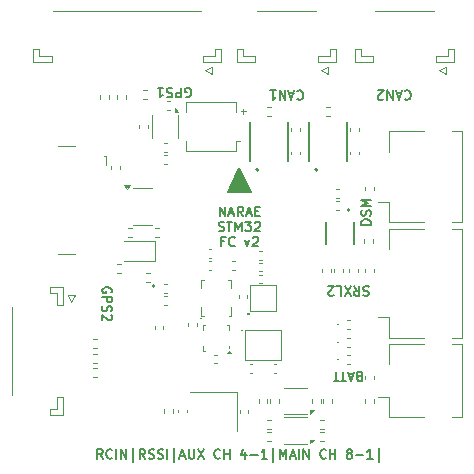
<source format=gbr>
%TF.GenerationSoftware,KiCad,Pcbnew,9.0.1*%
%TF.CreationDate,2025-04-15T01:41:33+09:00*%
%TF.ProjectId,STM32-FC_v2,53544d33-322d-4464-935f-76322e6b6963,rev?*%
%TF.SameCoordinates,Original*%
%TF.FileFunction,Legend,Top*%
%TF.FilePolarity,Positive*%
%FSLAX46Y46*%
G04 Gerber Fmt 4.6, Leading zero omitted, Abs format (unit mm)*
G04 Created by KiCad (PCBNEW 9.0.1) date 2025-04-15 01:41:33*
%MOMM*%
%LPD*%
G01*
G04 APERTURE LIST*
%ADD10C,0.200000*%
%ADD11C,0.160000*%
%ADD12C,0.120000*%
%ADD13C,0.100000*%
%ADD14C,0.150000*%
%ADD15C,0.152400*%
%ADD16C,0.254000*%
G04 APERTURE END LIST*
D10*
X140000000Y-85000000D02*
X138000000Y-85000000D01*
X139000000Y-83000000D01*
X140000000Y-85000000D01*
G36*
X140000000Y-85000000D02*
G01*
X138000000Y-85000000D01*
X139000000Y-83000000D01*
X140000000Y-85000000D01*
G37*
D11*
X137323810Y-87073820D02*
X137323810Y-86273820D01*
X137323810Y-86273820D02*
X137780953Y-87073820D01*
X137780953Y-87073820D02*
X137780953Y-86273820D01*
X138123809Y-86845248D02*
X138504762Y-86845248D01*
X138047619Y-87073820D02*
X138314286Y-86273820D01*
X138314286Y-86273820D02*
X138580952Y-87073820D01*
X139304762Y-87073820D02*
X139038095Y-86692867D01*
X138847619Y-87073820D02*
X138847619Y-86273820D01*
X138847619Y-86273820D02*
X139152381Y-86273820D01*
X139152381Y-86273820D02*
X139228571Y-86311915D01*
X139228571Y-86311915D02*
X139266666Y-86350010D01*
X139266666Y-86350010D02*
X139304762Y-86426201D01*
X139304762Y-86426201D02*
X139304762Y-86540486D01*
X139304762Y-86540486D02*
X139266666Y-86616677D01*
X139266666Y-86616677D02*
X139228571Y-86654772D01*
X139228571Y-86654772D02*
X139152381Y-86692867D01*
X139152381Y-86692867D02*
X138847619Y-86692867D01*
X139609523Y-86845248D02*
X139990476Y-86845248D01*
X139533333Y-87073820D02*
X139800000Y-86273820D01*
X139800000Y-86273820D02*
X140066666Y-87073820D01*
X140333333Y-86654772D02*
X140599999Y-86654772D01*
X140714285Y-87073820D02*
X140333333Y-87073820D01*
X140333333Y-87073820D02*
X140333333Y-86273820D01*
X140333333Y-86273820D02*
X140714285Y-86273820D01*
X137247618Y-88323680D02*
X137361904Y-88361775D01*
X137361904Y-88361775D02*
X137552380Y-88361775D01*
X137552380Y-88361775D02*
X137628571Y-88323680D01*
X137628571Y-88323680D02*
X137666666Y-88285584D01*
X137666666Y-88285584D02*
X137704761Y-88209394D01*
X137704761Y-88209394D02*
X137704761Y-88133203D01*
X137704761Y-88133203D02*
X137666666Y-88057013D01*
X137666666Y-88057013D02*
X137628571Y-88018918D01*
X137628571Y-88018918D02*
X137552380Y-87980822D01*
X137552380Y-87980822D02*
X137399999Y-87942727D01*
X137399999Y-87942727D02*
X137323809Y-87904632D01*
X137323809Y-87904632D02*
X137285714Y-87866537D01*
X137285714Y-87866537D02*
X137247618Y-87790346D01*
X137247618Y-87790346D02*
X137247618Y-87714156D01*
X137247618Y-87714156D02*
X137285714Y-87637965D01*
X137285714Y-87637965D02*
X137323809Y-87599870D01*
X137323809Y-87599870D02*
X137399999Y-87561775D01*
X137399999Y-87561775D02*
X137590476Y-87561775D01*
X137590476Y-87561775D02*
X137704761Y-87599870D01*
X137933333Y-87561775D02*
X138390476Y-87561775D01*
X138161904Y-88361775D02*
X138161904Y-87561775D01*
X138657143Y-88361775D02*
X138657143Y-87561775D01*
X138657143Y-87561775D02*
X138923809Y-88133203D01*
X138923809Y-88133203D02*
X139190476Y-87561775D01*
X139190476Y-87561775D02*
X139190476Y-88361775D01*
X139495238Y-87561775D02*
X139990476Y-87561775D01*
X139990476Y-87561775D02*
X139723810Y-87866537D01*
X139723810Y-87866537D02*
X139838095Y-87866537D01*
X139838095Y-87866537D02*
X139914286Y-87904632D01*
X139914286Y-87904632D02*
X139952381Y-87942727D01*
X139952381Y-87942727D02*
X139990476Y-88018918D01*
X139990476Y-88018918D02*
X139990476Y-88209394D01*
X139990476Y-88209394D02*
X139952381Y-88285584D01*
X139952381Y-88285584D02*
X139914286Y-88323680D01*
X139914286Y-88323680D02*
X139838095Y-88361775D01*
X139838095Y-88361775D02*
X139609524Y-88361775D01*
X139609524Y-88361775D02*
X139533333Y-88323680D01*
X139533333Y-88323680D02*
X139495238Y-88285584D01*
X140295238Y-87637965D02*
X140333334Y-87599870D01*
X140333334Y-87599870D02*
X140409524Y-87561775D01*
X140409524Y-87561775D02*
X140600000Y-87561775D01*
X140600000Y-87561775D02*
X140676191Y-87599870D01*
X140676191Y-87599870D02*
X140714286Y-87637965D01*
X140714286Y-87637965D02*
X140752381Y-87714156D01*
X140752381Y-87714156D02*
X140752381Y-87790346D01*
X140752381Y-87790346D02*
X140714286Y-87904632D01*
X140714286Y-87904632D02*
X140257143Y-88361775D01*
X140257143Y-88361775D02*
X140752381Y-88361775D01*
X137723809Y-89230682D02*
X137457143Y-89230682D01*
X137457143Y-89649730D02*
X137457143Y-88849730D01*
X137457143Y-88849730D02*
X137838095Y-88849730D01*
X138600000Y-89573539D02*
X138561904Y-89611635D01*
X138561904Y-89611635D02*
X138447619Y-89649730D01*
X138447619Y-89649730D02*
X138371428Y-89649730D01*
X138371428Y-89649730D02*
X138257142Y-89611635D01*
X138257142Y-89611635D02*
X138180952Y-89535444D01*
X138180952Y-89535444D02*
X138142857Y-89459254D01*
X138142857Y-89459254D02*
X138104761Y-89306873D01*
X138104761Y-89306873D02*
X138104761Y-89192587D01*
X138104761Y-89192587D02*
X138142857Y-89040206D01*
X138142857Y-89040206D02*
X138180952Y-88964015D01*
X138180952Y-88964015D02*
X138257142Y-88887825D01*
X138257142Y-88887825D02*
X138371428Y-88849730D01*
X138371428Y-88849730D02*
X138447619Y-88849730D01*
X138447619Y-88849730D02*
X138561904Y-88887825D01*
X138561904Y-88887825D02*
X138600000Y-88925920D01*
X139476190Y-89116396D02*
X139666666Y-89649730D01*
X139666666Y-89649730D02*
X139857143Y-89116396D01*
X140123809Y-88925920D02*
X140161905Y-88887825D01*
X140161905Y-88887825D02*
X140238095Y-88849730D01*
X140238095Y-88849730D02*
X140428571Y-88849730D01*
X140428571Y-88849730D02*
X140504762Y-88887825D01*
X140504762Y-88887825D02*
X140542857Y-88925920D01*
X140542857Y-88925920D02*
X140580952Y-89002111D01*
X140580952Y-89002111D02*
X140580952Y-89078301D01*
X140580952Y-89078301D02*
X140542857Y-89192587D01*
X140542857Y-89192587D02*
X140085714Y-89649730D01*
X140085714Y-89649730D02*
X140580952Y-89649730D01*
X128150129Y-93547618D02*
X128188224Y-93471428D01*
X128188224Y-93471428D02*
X128188224Y-93357142D01*
X128188224Y-93357142D02*
X128150129Y-93242856D01*
X128150129Y-93242856D02*
X128073939Y-93166666D01*
X128073939Y-93166666D02*
X127997748Y-93128571D01*
X127997748Y-93128571D02*
X127845367Y-93090475D01*
X127845367Y-93090475D02*
X127731081Y-93090475D01*
X127731081Y-93090475D02*
X127578700Y-93128571D01*
X127578700Y-93128571D02*
X127502510Y-93166666D01*
X127502510Y-93166666D02*
X127426320Y-93242856D01*
X127426320Y-93242856D02*
X127388224Y-93357142D01*
X127388224Y-93357142D02*
X127388224Y-93433333D01*
X127388224Y-93433333D02*
X127426320Y-93547618D01*
X127426320Y-93547618D02*
X127464415Y-93585714D01*
X127464415Y-93585714D02*
X127731081Y-93585714D01*
X127731081Y-93585714D02*
X127731081Y-93433333D01*
X127388224Y-93928571D02*
X128188224Y-93928571D01*
X128188224Y-93928571D02*
X128188224Y-94233333D01*
X128188224Y-94233333D02*
X128150129Y-94309523D01*
X128150129Y-94309523D02*
X128112034Y-94347618D01*
X128112034Y-94347618D02*
X128035843Y-94385714D01*
X128035843Y-94385714D02*
X127921558Y-94385714D01*
X127921558Y-94385714D02*
X127845367Y-94347618D01*
X127845367Y-94347618D02*
X127807272Y-94309523D01*
X127807272Y-94309523D02*
X127769177Y-94233333D01*
X127769177Y-94233333D02*
X127769177Y-93928571D01*
X127426320Y-94690475D02*
X127388224Y-94804761D01*
X127388224Y-94804761D02*
X127388224Y-94995237D01*
X127388224Y-94995237D02*
X127426320Y-95071428D01*
X127426320Y-95071428D02*
X127464415Y-95109523D01*
X127464415Y-95109523D02*
X127540605Y-95147618D01*
X127540605Y-95147618D02*
X127616796Y-95147618D01*
X127616796Y-95147618D02*
X127692986Y-95109523D01*
X127692986Y-95109523D02*
X127731081Y-95071428D01*
X127731081Y-95071428D02*
X127769177Y-94995237D01*
X127769177Y-94995237D02*
X127807272Y-94842856D01*
X127807272Y-94842856D02*
X127845367Y-94766666D01*
X127845367Y-94766666D02*
X127883462Y-94728571D01*
X127883462Y-94728571D02*
X127959653Y-94690475D01*
X127959653Y-94690475D02*
X128035843Y-94690475D01*
X128035843Y-94690475D02*
X128112034Y-94728571D01*
X128112034Y-94728571D02*
X128150129Y-94766666D01*
X128150129Y-94766666D02*
X128188224Y-94842856D01*
X128188224Y-94842856D02*
X128188224Y-95033333D01*
X128188224Y-95033333D02*
X128150129Y-95147618D01*
X128112034Y-95452380D02*
X128150129Y-95490476D01*
X128150129Y-95490476D02*
X128188224Y-95566666D01*
X128188224Y-95566666D02*
X128188224Y-95757142D01*
X128188224Y-95757142D02*
X128150129Y-95833333D01*
X128150129Y-95833333D02*
X128112034Y-95871428D01*
X128112034Y-95871428D02*
X128035843Y-95909523D01*
X128035843Y-95909523D02*
X127959653Y-95909523D01*
X127959653Y-95909523D02*
X127845367Y-95871428D01*
X127845367Y-95871428D02*
X127388224Y-95414285D01*
X127388224Y-95414285D02*
X127388224Y-95909523D01*
X134452381Y-77000129D02*
X134528571Y-77038224D01*
X134528571Y-77038224D02*
X134642857Y-77038224D01*
X134642857Y-77038224D02*
X134757143Y-77000129D01*
X134757143Y-77000129D02*
X134833333Y-76923939D01*
X134833333Y-76923939D02*
X134871428Y-76847748D01*
X134871428Y-76847748D02*
X134909524Y-76695367D01*
X134909524Y-76695367D02*
X134909524Y-76581081D01*
X134909524Y-76581081D02*
X134871428Y-76428700D01*
X134871428Y-76428700D02*
X134833333Y-76352510D01*
X134833333Y-76352510D02*
X134757143Y-76276320D01*
X134757143Y-76276320D02*
X134642857Y-76238224D01*
X134642857Y-76238224D02*
X134566666Y-76238224D01*
X134566666Y-76238224D02*
X134452381Y-76276320D01*
X134452381Y-76276320D02*
X134414285Y-76314415D01*
X134414285Y-76314415D02*
X134414285Y-76581081D01*
X134414285Y-76581081D02*
X134566666Y-76581081D01*
X134071428Y-76238224D02*
X134071428Y-77038224D01*
X134071428Y-77038224D02*
X133766666Y-77038224D01*
X133766666Y-77038224D02*
X133690476Y-77000129D01*
X133690476Y-77000129D02*
X133652381Y-76962034D01*
X133652381Y-76962034D02*
X133614285Y-76885843D01*
X133614285Y-76885843D02*
X133614285Y-76771558D01*
X133614285Y-76771558D02*
X133652381Y-76695367D01*
X133652381Y-76695367D02*
X133690476Y-76657272D01*
X133690476Y-76657272D02*
X133766666Y-76619177D01*
X133766666Y-76619177D02*
X134071428Y-76619177D01*
X133309524Y-76276320D02*
X133195238Y-76238224D01*
X133195238Y-76238224D02*
X133004762Y-76238224D01*
X133004762Y-76238224D02*
X132928571Y-76276320D01*
X132928571Y-76276320D02*
X132890476Y-76314415D01*
X132890476Y-76314415D02*
X132852381Y-76390605D01*
X132852381Y-76390605D02*
X132852381Y-76466796D01*
X132852381Y-76466796D02*
X132890476Y-76542986D01*
X132890476Y-76542986D02*
X132928571Y-76581081D01*
X132928571Y-76581081D02*
X133004762Y-76619177D01*
X133004762Y-76619177D02*
X133157143Y-76657272D01*
X133157143Y-76657272D02*
X133233333Y-76695367D01*
X133233333Y-76695367D02*
X133271428Y-76733462D01*
X133271428Y-76733462D02*
X133309524Y-76809653D01*
X133309524Y-76809653D02*
X133309524Y-76885843D01*
X133309524Y-76885843D02*
X133271428Y-76962034D01*
X133271428Y-76962034D02*
X133233333Y-77000129D01*
X133233333Y-77000129D02*
X133157143Y-77038224D01*
X133157143Y-77038224D02*
X132966666Y-77038224D01*
X132966666Y-77038224D02*
X132852381Y-77000129D01*
X132090476Y-76238224D02*
X132547619Y-76238224D01*
X132319047Y-76238224D02*
X132319047Y-77038224D01*
X132319047Y-77038224D02*
X132395238Y-76923939D01*
X132395238Y-76923939D02*
X132471428Y-76847748D01*
X132471428Y-76847748D02*
X132547619Y-76809653D01*
X149964286Y-93076320D02*
X149850000Y-93038224D01*
X149850000Y-93038224D02*
X149659524Y-93038224D01*
X149659524Y-93038224D02*
X149583333Y-93076320D01*
X149583333Y-93076320D02*
X149545238Y-93114415D01*
X149545238Y-93114415D02*
X149507143Y-93190605D01*
X149507143Y-93190605D02*
X149507143Y-93266796D01*
X149507143Y-93266796D02*
X149545238Y-93342986D01*
X149545238Y-93342986D02*
X149583333Y-93381081D01*
X149583333Y-93381081D02*
X149659524Y-93419177D01*
X149659524Y-93419177D02*
X149811905Y-93457272D01*
X149811905Y-93457272D02*
X149888095Y-93495367D01*
X149888095Y-93495367D02*
X149926190Y-93533462D01*
X149926190Y-93533462D02*
X149964286Y-93609653D01*
X149964286Y-93609653D02*
X149964286Y-93685843D01*
X149964286Y-93685843D02*
X149926190Y-93762034D01*
X149926190Y-93762034D02*
X149888095Y-93800129D01*
X149888095Y-93800129D02*
X149811905Y-93838224D01*
X149811905Y-93838224D02*
X149621428Y-93838224D01*
X149621428Y-93838224D02*
X149507143Y-93800129D01*
X148707142Y-93038224D02*
X148973809Y-93419177D01*
X149164285Y-93038224D02*
X149164285Y-93838224D01*
X149164285Y-93838224D02*
X148859523Y-93838224D01*
X148859523Y-93838224D02*
X148783333Y-93800129D01*
X148783333Y-93800129D02*
X148745238Y-93762034D01*
X148745238Y-93762034D02*
X148707142Y-93685843D01*
X148707142Y-93685843D02*
X148707142Y-93571558D01*
X148707142Y-93571558D02*
X148745238Y-93495367D01*
X148745238Y-93495367D02*
X148783333Y-93457272D01*
X148783333Y-93457272D02*
X148859523Y-93419177D01*
X148859523Y-93419177D02*
X149164285Y-93419177D01*
X148440476Y-93838224D02*
X147907142Y-93038224D01*
X147907142Y-93838224D02*
X148440476Y-93038224D01*
X147221428Y-93038224D02*
X147602380Y-93038224D01*
X147602380Y-93038224D02*
X147602380Y-93838224D01*
X146992857Y-93762034D02*
X146954761Y-93800129D01*
X146954761Y-93800129D02*
X146878571Y-93838224D01*
X146878571Y-93838224D02*
X146688095Y-93838224D01*
X146688095Y-93838224D02*
X146611904Y-93800129D01*
X146611904Y-93800129D02*
X146573809Y-93762034D01*
X146573809Y-93762034D02*
X146535714Y-93685843D01*
X146535714Y-93685843D02*
X146535714Y-93609653D01*
X146535714Y-93609653D02*
X146573809Y-93495367D01*
X146573809Y-93495367D02*
X147030952Y-93038224D01*
X147030952Y-93038224D02*
X146535714Y-93038224D01*
X152995237Y-76514415D02*
X153033333Y-76476320D01*
X153033333Y-76476320D02*
X153147618Y-76438224D01*
X153147618Y-76438224D02*
X153223809Y-76438224D01*
X153223809Y-76438224D02*
X153338095Y-76476320D01*
X153338095Y-76476320D02*
X153414285Y-76552510D01*
X153414285Y-76552510D02*
X153452380Y-76628700D01*
X153452380Y-76628700D02*
X153490476Y-76781081D01*
X153490476Y-76781081D02*
X153490476Y-76895367D01*
X153490476Y-76895367D02*
X153452380Y-77047748D01*
X153452380Y-77047748D02*
X153414285Y-77123939D01*
X153414285Y-77123939D02*
X153338095Y-77200129D01*
X153338095Y-77200129D02*
X153223809Y-77238224D01*
X153223809Y-77238224D02*
X153147618Y-77238224D01*
X153147618Y-77238224D02*
X153033333Y-77200129D01*
X153033333Y-77200129D02*
X152995237Y-77162034D01*
X152690476Y-76666796D02*
X152309523Y-76666796D01*
X152766666Y-76438224D02*
X152499999Y-77238224D01*
X152499999Y-77238224D02*
X152233333Y-76438224D01*
X151966666Y-76438224D02*
X151966666Y-77238224D01*
X151966666Y-77238224D02*
X151509523Y-76438224D01*
X151509523Y-76438224D02*
X151509523Y-77238224D01*
X151166667Y-77162034D02*
X151128571Y-77200129D01*
X151128571Y-77200129D02*
X151052381Y-77238224D01*
X151052381Y-77238224D02*
X150861905Y-77238224D01*
X150861905Y-77238224D02*
X150785714Y-77200129D01*
X150785714Y-77200129D02*
X150747619Y-77162034D01*
X150747619Y-77162034D02*
X150709524Y-77085843D01*
X150709524Y-77085843D02*
X150709524Y-77009653D01*
X150709524Y-77009653D02*
X150747619Y-76895367D01*
X150747619Y-76895367D02*
X151204762Y-76438224D01*
X151204762Y-76438224D02*
X150709524Y-76438224D01*
X150111775Y-87797618D02*
X149311775Y-87797618D01*
X149311775Y-87797618D02*
X149311775Y-87607142D01*
X149311775Y-87607142D02*
X149349870Y-87492856D01*
X149349870Y-87492856D02*
X149426060Y-87416666D01*
X149426060Y-87416666D02*
X149502251Y-87378571D01*
X149502251Y-87378571D02*
X149654632Y-87340475D01*
X149654632Y-87340475D02*
X149768918Y-87340475D01*
X149768918Y-87340475D02*
X149921299Y-87378571D01*
X149921299Y-87378571D02*
X149997489Y-87416666D01*
X149997489Y-87416666D02*
X150073680Y-87492856D01*
X150073680Y-87492856D02*
X150111775Y-87607142D01*
X150111775Y-87607142D02*
X150111775Y-87797618D01*
X150073680Y-87035714D02*
X150111775Y-86921428D01*
X150111775Y-86921428D02*
X150111775Y-86730952D01*
X150111775Y-86730952D02*
X150073680Y-86654761D01*
X150073680Y-86654761D02*
X150035584Y-86616666D01*
X150035584Y-86616666D02*
X149959394Y-86578571D01*
X149959394Y-86578571D02*
X149883203Y-86578571D01*
X149883203Y-86578571D02*
X149807013Y-86616666D01*
X149807013Y-86616666D02*
X149768918Y-86654761D01*
X149768918Y-86654761D02*
X149730822Y-86730952D01*
X149730822Y-86730952D02*
X149692727Y-86883333D01*
X149692727Y-86883333D02*
X149654632Y-86959523D01*
X149654632Y-86959523D02*
X149616537Y-86997618D01*
X149616537Y-86997618D02*
X149540346Y-87035714D01*
X149540346Y-87035714D02*
X149464156Y-87035714D01*
X149464156Y-87035714D02*
X149387965Y-86997618D01*
X149387965Y-86997618D02*
X149349870Y-86959523D01*
X149349870Y-86959523D02*
X149311775Y-86883333D01*
X149311775Y-86883333D02*
X149311775Y-86692856D01*
X149311775Y-86692856D02*
X149349870Y-86578571D01*
X150111775Y-86235713D02*
X149311775Y-86235713D01*
X149311775Y-86235713D02*
X149883203Y-85969047D01*
X149883203Y-85969047D02*
X149311775Y-85702380D01*
X149311775Y-85702380D02*
X150111775Y-85702380D01*
X127438095Y-107611775D02*
X127171428Y-107230822D01*
X126980952Y-107611775D02*
X126980952Y-106811775D01*
X126980952Y-106811775D02*
X127285714Y-106811775D01*
X127285714Y-106811775D02*
X127361904Y-106849870D01*
X127361904Y-106849870D02*
X127399999Y-106887965D01*
X127399999Y-106887965D02*
X127438095Y-106964156D01*
X127438095Y-106964156D02*
X127438095Y-107078441D01*
X127438095Y-107078441D02*
X127399999Y-107154632D01*
X127399999Y-107154632D02*
X127361904Y-107192727D01*
X127361904Y-107192727D02*
X127285714Y-107230822D01*
X127285714Y-107230822D02*
X126980952Y-107230822D01*
X128238095Y-107535584D02*
X128199999Y-107573680D01*
X128199999Y-107573680D02*
X128085714Y-107611775D01*
X128085714Y-107611775D02*
X128009523Y-107611775D01*
X128009523Y-107611775D02*
X127895237Y-107573680D01*
X127895237Y-107573680D02*
X127819047Y-107497489D01*
X127819047Y-107497489D02*
X127780952Y-107421299D01*
X127780952Y-107421299D02*
X127742856Y-107268918D01*
X127742856Y-107268918D02*
X127742856Y-107154632D01*
X127742856Y-107154632D02*
X127780952Y-107002251D01*
X127780952Y-107002251D02*
X127819047Y-106926060D01*
X127819047Y-106926060D02*
X127895237Y-106849870D01*
X127895237Y-106849870D02*
X128009523Y-106811775D01*
X128009523Y-106811775D02*
X128085714Y-106811775D01*
X128085714Y-106811775D02*
X128199999Y-106849870D01*
X128199999Y-106849870D02*
X128238095Y-106887965D01*
X128580952Y-107611775D02*
X128580952Y-106811775D01*
X128961904Y-107611775D02*
X128961904Y-106811775D01*
X128961904Y-106811775D02*
X129419047Y-107611775D01*
X129419047Y-107611775D02*
X129419047Y-106811775D01*
X129990475Y-107878441D02*
X129990475Y-106735584D01*
X131019047Y-107611775D02*
X130752380Y-107230822D01*
X130561904Y-107611775D02*
X130561904Y-106811775D01*
X130561904Y-106811775D02*
X130866666Y-106811775D01*
X130866666Y-106811775D02*
X130942856Y-106849870D01*
X130942856Y-106849870D02*
X130980951Y-106887965D01*
X130980951Y-106887965D02*
X131019047Y-106964156D01*
X131019047Y-106964156D02*
X131019047Y-107078441D01*
X131019047Y-107078441D02*
X130980951Y-107154632D01*
X130980951Y-107154632D02*
X130942856Y-107192727D01*
X130942856Y-107192727D02*
X130866666Y-107230822D01*
X130866666Y-107230822D02*
X130561904Y-107230822D01*
X131323808Y-107573680D02*
X131438094Y-107611775D01*
X131438094Y-107611775D02*
X131628570Y-107611775D01*
X131628570Y-107611775D02*
X131704761Y-107573680D01*
X131704761Y-107573680D02*
X131742856Y-107535584D01*
X131742856Y-107535584D02*
X131780951Y-107459394D01*
X131780951Y-107459394D02*
X131780951Y-107383203D01*
X131780951Y-107383203D02*
X131742856Y-107307013D01*
X131742856Y-107307013D02*
X131704761Y-107268918D01*
X131704761Y-107268918D02*
X131628570Y-107230822D01*
X131628570Y-107230822D02*
X131476189Y-107192727D01*
X131476189Y-107192727D02*
X131399999Y-107154632D01*
X131399999Y-107154632D02*
X131361904Y-107116537D01*
X131361904Y-107116537D02*
X131323808Y-107040346D01*
X131323808Y-107040346D02*
X131323808Y-106964156D01*
X131323808Y-106964156D02*
X131361904Y-106887965D01*
X131361904Y-106887965D02*
X131399999Y-106849870D01*
X131399999Y-106849870D02*
X131476189Y-106811775D01*
X131476189Y-106811775D02*
X131666666Y-106811775D01*
X131666666Y-106811775D02*
X131780951Y-106849870D01*
X132085713Y-107573680D02*
X132199999Y-107611775D01*
X132199999Y-107611775D02*
X132390475Y-107611775D01*
X132390475Y-107611775D02*
X132466666Y-107573680D01*
X132466666Y-107573680D02*
X132504761Y-107535584D01*
X132504761Y-107535584D02*
X132542856Y-107459394D01*
X132542856Y-107459394D02*
X132542856Y-107383203D01*
X132542856Y-107383203D02*
X132504761Y-107307013D01*
X132504761Y-107307013D02*
X132466666Y-107268918D01*
X132466666Y-107268918D02*
X132390475Y-107230822D01*
X132390475Y-107230822D02*
X132238094Y-107192727D01*
X132238094Y-107192727D02*
X132161904Y-107154632D01*
X132161904Y-107154632D02*
X132123809Y-107116537D01*
X132123809Y-107116537D02*
X132085713Y-107040346D01*
X132085713Y-107040346D02*
X132085713Y-106964156D01*
X132085713Y-106964156D02*
X132123809Y-106887965D01*
X132123809Y-106887965D02*
X132161904Y-106849870D01*
X132161904Y-106849870D02*
X132238094Y-106811775D01*
X132238094Y-106811775D02*
X132428571Y-106811775D01*
X132428571Y-106811775D02*
X132542856Y-106849870D01*
X132885714Y-107611775D02*
X132885714Y-106811775D01*
X133457142Y-107878441D02*
X133457142Y-106735584D01*
X133990475Y-107383203D02*
X134371428Y-107383203D01*
X133914285Y-107611775D02*
X134180952Y-106811775D01*
X134180952Y-106811775D02*
X134447618Y-107611775D01*
X134714285Y-106811775D02*
X134714285Y-107459394D01*
X134714285Y-107459394D02*
X134752380Y-107535584D01*
X134752380Y-107535584D02*
X134790475Y-107573680D01*
X134790475Y-107573680D02*
X134866666Y-107611775D01*
X134866666Y-107611775D02*
X135019047Y-107611775D01*
X135019047Y-107611775D02*
X135095237Y-107573680D01*
X135095237Y-107573680D02*
X135133332Y-107535584D01*
X135133332Y-107535584D02*
X135171428Y-107459394D01*
X135171428Y-107459394D02*
X135171428Y-106811775D01*
X135476189Y-106811775D02*
X136009523Y-107611775D01*
X136009523Y-106811775D02*
X135476189Y-107611775D01*
X137380952Y-107535584D02*
X137342856Y-107573680D01*
X137342856Y-107573680D02*
X137228571Y-107611775D01*
X137228571Y-107611775D02*
X137152380Y-107611775D01*
X137152380Y-107611775D02*
X137038094Y-107573680D01*
X137038094Y-107573680D02*
X136961904Y-107497489D01*
X136961904Y-107497489D02*
X136923809Y-107421299D01*
X136923809Y-107421299D02*
X136885713Y-107268918D01*
X136885713Y-107268918D02*
X136885713Y-107154632D01*
X136885713Y-107154632D02*
X136923809Y-107002251D01*
X136923809Y-107002251D02*
X136961904Y-106926060D01*
X136961904Y-106926060D02*
X137038094Y-106849870D01*
X137038094Y-106849870D02*
X137152380Y-106811775D01*
X137152380Y-106811775D02*
X137228571Y-106811775D01*
X137228571Y-106811775D02*
X137342856Y-106849870D01*
X137342856Y-106849870D02*
X137380952Y-106887965D01*
X137723809Y-107611775D02*
X137723809Y-106811775D01*
X137723809Y-107192727D02*
X138180952Y-107192727D01*
X138180952Y-107611775D02*
X138180952Y-106811775D01*
X139514285Y-107078441D02*
X139514285Y-107611775D01*
X139323809Y-106773680D02*
X139133332Y-107345108D01*
X139133332Y-107345108D02*
X139628571Y-107345108D01*
X139933333Y-107307013D02*
X140542857Y-107307013D01*
X141342856Y-107611775D02*
X140885713Y-107611775D01*
X141114285Y-107611775D02*
X141114285Y-106811775D01*
X141114285Y-106811775D02*
X141038094Y-106926060D01*
X141038094Y-106926060D02*
X140961904Y-107002251D01*
X140961904Y-107002251D02*
X140885713Y-107040346D01*
X141876190Y-107878441D02*
X141876190Y-106735584D01*
X142447619Y-107611775D02*
X142447619Y-106811775D01*
X142447619Y-106811775D02*
X142714285Y-107383203D01*
X142714285Y-107383203D02*
X142980952Y-106811775D01*
X142980952Y-106811775D02*
X142980952Y-107611775D01*
X143323809Y-107383203D02*
X143704762Y-107383203D01*
X143247619Y-107611775D02*
X143514286Y-106811775D01*
X143514286Y-106811775D02*
X143780952Y-107611775D01*
X144047619Y-107611775D02*
X144047619Y-106811775D01*
X144428571Y-107611775D02*
X144428571Y-106811775D01*
X144428571Y-106811775D02*
X144885714Y-107611775D01*
X144885714Y-107611775D02*
X144885714Y-106811775D01*
X146333333Y-107535584D02*
X146295237Y-107573680D01*
X146295237Y-107573680D02*
X146180952Y-107611775D01*
X146180952Y-107611775D02*
X146104761Y-107611775D01*
X146104761Y-107611775D02*
X145990475Y-107573680D01*
X145990475Y-107573680D02*
X145914285Y-107497489D01*
X145914285Y-107497489D02*
X145876190Y-107421299D01*
X145876190Y-107421299D02*
X145838094Y-107268918D01*
X145838094Y-107268918D02*
X145838094Y-107154632D01*
X145838094Y-107154632D02*
X145876190Y-107002251D01*
X145876190Y-107002251D02*
X145914285Y-106926060D01*
X145914285Y-106926060D02*
X145990475Y-106849870D01*
X145990475Y-106849870D02*
X146104761Y-106811775D01*
X146104761Y-106811775D02*
X146180952Y-106811775D01*
X146180952Y-106811775D02*
X146295237Y-106849870D01*
X146295237Y-106849870D02*
X146333333Y-106887965D01*
X146676190Y-107611775D02*
X146676190Y-106811775D01*
X146676190Y-107192727D02*
X147133333Y-107192727D01*
X147133333Y-107611775D02*
X147133333Y-106811775D01*
X148238094Y-107154632D02*
X148161904Y-107116537D01*
X148161904Y-107116537D02*
X148123809Y-107078441D01*
X148123809Y-107078441D02*
X148085713Y-107002251D01*
X148085713Y-107002251D02*
X148085713Y-106964156D01*
X148085713Y-106964156D02*
X148123809Y-106887965D01*
X148123809Y-106887965D02*
X148161904Y-106849870D01*
X148161904Y-106849870D02*
X148238094Y-106811775D01*
X148238094Y-106811775D02*
X148390475Y-106811775D01*
X148390475Y-106811775D02*
X148466666Y-106849870D01*
X148466666Y-106849870D02*
X148504761Y-106887965D01*
X148504761Y-106887965D02*
X148542856Y-106964156D01*
X148542856Y-106964156D02*
X148542856Y-107002251D01*
X148542856Y-107002251D02*
X148504761Y-107078441D01*
X148504761Y-107078441D02*
X148466666Y-107116537D01*
X148466666Y-107116537D02*
X148390475Y-107154632D01*
X148390475Y-107154632D02*
X148238094Y-107154632D01*
X148238094Y-107154632D02*
X148161904Y-107192727D01*
X148161904Y-107192727D02*
X148123809Y-107230822D01*
X148123809Y-107230822D02*
X148085713Y-107307013D01*
X148085713Y-107307013D02*
X148085713Y-107459394D01*
X148085713Y-107459394D02*
X148123809Y-107535584D01*
X148123809Y-107535584D02*
X148161904Y-107573680D01*
X148161904Y-107573680D02*
X148238094Y-107611775D01*
X148238094Y-107611775D02*
X148390475Y-107611775D01*
X148390475Y-107611775D02*
X148466666Y-107573680D01*
X148466666Y-107573680D02*
X148504761Y-107535584D01*
X148504761Y-107535584D02*
X148542856Y-107459394D01*
X148542856Y-107459394D02*
X148542856Y-107307013D01*
X148542856Y-107307013D02*
X148504761Y-107230822D01*
X148504761Y-107230822D02*
X148466666Y-107192727D01*
X148466666Y-107192727D02*
X148390475Y-107154632D01*
X148885714Y-107307013D02*
X149495238Y-107307013D01*
X150295237Y-107611775D02*
X149838094Y-107611775D01*
X150066666Y-107611775D02*
X150066666Y-106811775D01*
X150066666Y-106811775D02*
X149990475Y-106926060D01*
X149990475Y-106926060D02*
X149914285Y-107002251D01*
X149914285Y-107002251D02*
X149838094Y-107040346D01*
X150828571Y-107878441D02*
X150828571Y-106735584D01*
X149145238Y-100657272D02*
X149030952Y-100619177D01*
X149030952Y-100619177D02*
X148992857Y-100581081D01*
X148992857Y-100581081D02*
X148954761Y-100504891D01*
X148954761Y-100504891D02*
X148954761Y-100390605D01*
X148954761Y-100390605D02*
X148992857Y-100314415D01*
X148992857Y-100314415D02*
X149030952Y-100276320D01*
X149030952Y-100276320D02*
X149107142Y-100238224D01*
X149107142Y-100238224D02*
X149411904Y-100238224D01*
X149411904Y-100238224D02*
X149411904Y-101038224D01*
X149411904Y-101038224D02*
X149145238Y-101038224D01*
X149145238Y-101038224D02*
X149069047Y-101000129D01*
X149069047Y-101000129D02*
X149030952Y-100962034D01*
X149030952Y-100962034D02*
X148992857Y-100885843D01*
X148992857Y-100885843D02*
X148992857Y-100809653D01*
X148992857Y-100809653D02*
X149030952Y-100733462D01*
X149030952Y-100733462D02*
X149069047Y-100695367D01*
X149069047Y-100695367D02*
X149145238Y-100657272D01*
X149145238Y-100657272D02*
X149411904Y-100657272D01*
X148650000Y-100466796D02*
X148269047Y-100466796D01*
X148726190Y-100238224D02*
X148459523Y-101038224D01*
X148459523Y-101038224D02*
X148192857Y-100238224D01*
X148040476Y-101038224D02*
X147583333Y-101038224D01*
X147811905Y-100238224D02*
X147811905Y-101038224D01*
X147430952Y-101038224D02*
X146973809Y-101038224D01*
X147202381Y-100238224D02*
X147202381Y-101038224D01*
X143895237Y-76514415D02*
X143933333Y-76476320D01*
X143933333Y-76476320D02*
X144047618Y-76438224D01*
X144047618Y-76438224D02*
X144123809Y-76438224D01*
X144123809Y-76438224D02*
X144238095Y-76476320D01*
X144238095Y-76476320D02*
X144314285Y-76552510D01*
X144314285Y-76552510D02*
X144352380Y-76628700D01*
X144352380Y-76628700D02*
X144390476Y-76781081D01*
X144390476Y-76781081D02*
X144390476Y-76895367D01*
X144390476Y-76895367D02*
X144352380Y-77047748D01*
X144352380Y-77047748D02*
X144314285Y-77123939D01*
X144314285Y-77123939D02*
X144238095Y-77200129D01*
X144238095Y-77200129D02*
X144123809Y-77238224D01*
X144123809Y-77238224D02*
X144047618Y-77238224D01*
X144047618Y-77238224D02*
X143933333Y-77200129D01*
X143933333Y-77200129D02*
X143895237Y-77162034D01*
X143590476Y-76666796D02*
X143209523Y-76666796D01*
X143666666Y-76438224D02*
X143399999Y-77238224D01*
X143399999Y-77238224D02*
X143133333Y-76438224D01*
X142866666Y-76438224D02*
X142866666Y-77238224D01*
X142866666Y-77238224D02*
X142409523Y-76438224D01*
X142409523Y-76438224D02*
X142409523Y-77238224D01*
X141609524Y-76438224D02*
X142066667Y-76438224D01*
X141838095Y-76438224D02*
X141838095Y-77238224D01*
X141838095Y-77238224D02*
X141914286Y-77123939D01*
X141914286Y-77123939D02*
X141990476Y-77047748D01*
X141990476Y-77047748D02*
X142066667Y-77009653D01*
D12*
%TO.C,R43*%
X126953641Y-97520000D02*
X126646359Y-97520000D01*
X126953641Y-98280000D02*
X126646359Y-98280000D01*
%TO.C,R9*%
X145120000Y-102596359D02*
X145120000Y-102903641D01*
X145880000Y-102596359D02*
X145880000Y-102903641D01*
%TO.C,U10*%
X135890000Y-96290000D02*
X135890000Y-96715000D01*
X135890000Y-98510000D02*
X135890000Y-98085000D01*
X136065000Y-96290000D02*
X135890000Y-96290000D01*
X136065000Y-98510000D02*
X135890000Y-98510000D01*
X137935000Y-96290000D02*
X138110000Y-96290000D01*
X138110000Y-96290000D02*
X138110000Y-96715000D01*
X138120000Y-98085000D02*
X138120000Y-98280000D01*
X138260000Y-98710000D02*
X137980000Y-98710000D01*
X138120000Y-98520000D01*
X138260000Y-98710000D01*
G36*
X138260000Y-98710000D02*
G01*
X137980000Y-98710000D01*
X138120000Y-98520000D01*
X138260000Y-98710000D01*
G37*
%TO.C,R15*%
X146153641Y-105370000D02*
X145846359Y-105370000D01*
X146153641Y-106130000D02*
X145846359Y-106130000D01*
%TO.C,R42*%
X126953641Y-98770000D02*
X126646359Y-98770000D01*
X126953641Y-99530000D02*
X126646359Y-99530000D01*
%TO.C,R41*%
X130846359Y-76420000D02*
X131153641Y-76420000D01*
X130846359Y-77180000D02*
X131153641Y-77180000D01*
%TO.C,R27*%
X147146359Y-84820000D02*
X147453641Y-84820000D01*
X147146359Y-85580000D02*
X147453641Y-85580000D01*
%TO.C,R23*%
X148320000Y-91853641D02*
X148320000Y-91546359D01*
X149080000Y-91853641D02*
X149080000Y-91546359D01*
%TO.C,R37*%
X131096359Y-91870000D02*
X131403641Y-91870000D01*
X131096359Y-92630000D02*
X131403641Y-92630000D01*
D13*
%TO.C,U8*%
X135750000Y-92500000D02*
X136000000Y-92500000D01*
X135750000Y-93200000D02*
X135750000Y-92500000D01*
X135750000Y-95500000D02*
X135750000Y-94800000D01*
X136000000Y-95500000D02*
X135750000Y-95500000D01*
X138100000Y-95500000D02*
X138250000Y-95500000D01*
X138250000Y-92500000D02*
X138000000Y-92500000D01*
X138250000Y-93200000D02*
X138250000Y-92500000D01*
X138250000Y-95500000D02*
X138250000Y-94800000D01*
X135800000Y-95750000D02*
G75*
G02*
X135700000Y-95750000I-50000J0D01*
G01*
X135700000Y-95750000D02*
G75*
G02*
X135800000Y-95750000I50000J0D01*
G01*
%TO.C,D3*%
X147390000Y-97750000D02*
G75*
G02*
X147290000Y-97750000I-50000J0D01*
G01*
X147290000Y-97750000D02*
G75*
G02*
X147390000Y-97750000I50000J0D01*
G01*
%TO.C,U11*%
D14*
X131825000Y-93000000D02*
G75*
G02*
X131675000Y-93000000I-75000J0D01*
G01*
X131675000Y-93000000D02*
G75*
G02*
X131825000Y-93000000I75000J0D01*
G01*
D12*
%TO.C,R17*%
X141653641Y-105370000D02*
X141346359Y-105370000D01*
X141653641Y-106130000D02*
X141346359Y-106130000D01*
%TO.C,J10*%
X119750000Y-94750000D02*
X119750000Y-102250000D01*
X122950000Y-93050000D02*
X124050000Y-93050000D01*
X122950000Y-93550000D02*
X122950000Y-93050000D01*
X122950000Y-103450000D02*
X122950000Y-103950000D01*
X122950000Y-103950000D02*
X124050000Y-103950000D01*
X123550000Y-93550000D02*
X122950000Y-93550000D01*
X123550000Y-94600000D02*
X123550000Y-93550000D01*
X123550000Y-102400000D02*
X123550000Y-103450000D01*
X123550000Y-103450000D02*
X122950000Y-103450000D01*
X124050000Y-93050000D02*
X124050000Y-94600000D01*
X124050000Y-94600000D02*
X123550000Y-94600000D01*
X124050000Y-102400000D02*
X123550000Y-102400000D01*
X124050000Y-103950000D02*
X124050000Y-102400000D01*
X124450000Y-93775000D02*
X124750000Y-94375000D01*
X124750000Y-94375000D02*
X125050000Y-93775000D01*
X125050000Y-93775000D02*
X124450000Y-93775000D01*
D15*
%TO.C,U12*%
X139874400Y-79124400D02*
X139874400Y-82375600D01*
X143125600Y-82375600D02*
X143125600Y-79124400D01*
X140611000Y-83163000D02*
G75*
G02*
X140407800Y-83163000I-101600J0D01*
G01*
X140407800Y-83163000D02*
G75*
G02*
X140611000Y-83163000I101600J0D01*
G01*
D13*
%TO.C,D4*%
X147390000Y-99250000D02*
G75*
G02*
X147290000Y-99250000I-50000J0D01*
G01*
X147290000Y-99250000D02*
G75*
G02*
X147390000Y-99250000I50000J0D01*
G01*
D12*
%TO.C,R25*%
X146020000Y-91853641D02*
X146020000Y-91546359D01*
X146780000Y-91853641D02*
X146780000Y-91546359D01*
%TO.C,R12*%
X140620000Y-102903641D02*
X140620000Y-102596359D01*
X141380000Y-102903641D02*
X141380000Y-102596359D01*
%TO.C,R13*%
X128120000Y-83103641D02*
X128120000Y-82796359D01*
X128880000Y-83103641D02*
X128880000Y-82796359D01*
%TO.C,C20*%
X147407836Y-85840000D02*
X147192164Y-85840000D01*
X147407836Y-86560000D02*
X147192164Y-86560000D01*
%TO.C,C1*%
X139040000Y-103727836D02*
X139040000Y-103512164D01*
X139760000Y-103727836D02*
X139760000Y-103512164D01*
%TO.C,C29*%
X140692164Y-91040000D02*
X140907836Y-91040000D01*
X140692164Y-91760000D02*
X140907836Y-91760000D01*
%TO.C,R18*%
X145846359Y-104370000D02*
X146153641Y-104370000D01*
X145846359Y-105130000D02*
X146153641Y-105130000D01*
%TO.C,R5*%
X132846359Y-77370000D02*
X133153641Y-77370000D01*
X132846359Y-78130000D02*
X133153641Y-78130000D01*
%TO.C,R3*%
X132620000Y-103753641D02*
X132620000Y-103446359D01*
X133380000Y-103753641D02*
X133380000Y-103446359D01*
%TO.C,R29*%
X149620000Y-102903641D02*
X149620000Y-102596359D01*
X150380000Y-102903641D02*
X150380000Y-102596359D01*
%TO.C,R30*%
X149620000Y-100903641D02*
X149620000Y-100596359D01*
X150380000Y-100903641D02*
X150380000Y-100596359D01*
D15*
%TO.C,U6*%
X146318900Y-87543277D02*
X146318900Y-89456723D01*
X148681100Y-89456723D02*
X148681100Y-87543277D01*
X148351789Y-86552074D02*
G75*
G02*
X148148589Y-86552074I-101600J0D01*
G01*
X148148589Y-86552074D02*
G75*
G02*
X148351789Y-86552074I101600J0D01*
G01*
D12*
%TO.C,R7*%
X148096359Y-97370000D02*
X148403641Y-97370000D01*
X148096359Y-98130000D02*
X148403641Y-98130000D01*
%TO.C,R14*%
X129596359Y-88120000D02*
X129903641Y-88120000D01*
X129596359Y-88880000D02*
X129903641Y-88880000D01*
%TO.C,R24*%
X147020000Y-91853641D02*
X147020000Y-91546359D01*
X147780000Y-91853641D02*
X147780000Y-91546359D01*
%TO.C,C34*%
X148390000Y-81642164D02*
X148390000Y-81857836D01*
X149110000Y-81642164D02*
X149110000Y-81857836D01*
%TO.C,C5*%
X131840000Y-96392164D02*
X131840000Y-96607836D01*
X132560000Y-96392164D02*
X132560000Y-96607836D01*
%TO.C,R11*%
X146120000Y-102903641D02*
X146120000Y-102596359D01*
X146880000Y-102903641D02*
X146880000Y-102596359D01*
%TO.C,U2*%
X130800000Y-84715000D02*
X130000000Y-84715000D01*
X130800000Y-84715000D02*
X131600000Y-84715000D01*
X130800000Y-87835000D02*
X130000000Y-87835000D01*
X130800000Y-87835000D02*
X131600000Y-87835000D01*
X129500000Y-84765000D02*
X129260000Y-84435000D01*
X129740000Y-84435000D01*
X129500000Y-84765000D01*
G36*
X129500000Y-84765000D02*
G01*
X129260000Y-84435000D01*
X129740000Y-84435000D01*
X129500000Y-84765000D01*
G37*
%TO.C,C33*%
X143390000Y-79857836D02*
X143390000Y-79642164D01*
X144110000Y-79857836D02*
X144110000Y-79642164D01*
%TO.C,C31*%
X138940000Y-94007836D02*
X138940000Y-93792164D01*
X139660000Y-94007836D02*
X139660000Y-93792164D01*
%TO.C,R33*%
X132596359Y-81920000D02*
X132903641Y-81920000D01*
X132596359Y-82680000D02*
X132903641Y-82680000D01*
%TO.C,R26*%
X149520000Y-89353641D02*
X149520000Y-89046359D01*
X150280000Y-89353641D02*
X150280000Y-89046359D01*
%TO.C,R38*%
X127220000Y-77153641D02*
X127220000Y-76846359D01*
X127980000Y-77153641D02*
X127980000Y-76846359D01*
%TO.C,C27*%
X136892164Y-98840000D02*
X137107836Y-98840000D01*
X136892164Y-99560000D02*
X137107836Y-99560000D01*
%TO.C,R28*%
X134620000Y-96096359D02*
X134620000Y-96403641D01*
X135380000Y-96096359D02*
X135380000Y-96403641D01*
%TO.C,Q3*%
X144750000Y-104115000D02*
X142750000Y-104115000D01*
X144750000Y-106335000D02*
X142750000Y-106335000D01*
X145000000Y-106305000D02*
X145000000Y-106025000D01*
X145280000Y-106025000D01*
X145000000Y-106305000D01*
G36*
X145000000Y-106305000D02*
G01*
X145000000Y-106025000D01*
X145280000Y-106025000D01*
X145000000Y-106305000D01*
G37*
%TO.C,J5*%
X151640000Y-97890000D02*
X151640000Y-99640000D01*
X151640000Y-102360000D02*
X150750000Y-102360000D01*
X151640000Y-104110000D02*
X151640000Y-102360000D01*
X154590000Y-97890000D02*
X151640000Y-97890000D01*
X154590000Y-104110000D02*
X151640000Y-104110000D01*
X157010000Y-104110000D02*
X157860000Y-104110000D01*
X157860000Y-97890000D02*
X157010000Y-97890000D01*
X157860000Y-104110000D02*
X157860000Y-97890000D01*
D13*
%TO.C,D2*%
X147390000Y-96250000D02*
G75*
G02*
X147290000Y-96250000I-50000J0D01*
G01*
X147290000Y-96250000D02*
G75*
G02*
X147390000Y-96250000I50000J0D01*
G01*
D12*
%TO.C,J9*%
X121550000Y-72950000D02*
X121550000Y-74050000D01*
X121550000Y-74050000D02*
X123100000Y-74050000D01*
X122050000Y-72950000D02*
X121550000Y-72950000D01*
X122050000Y-73550000D02*
X122050000Y-72950000D01*
X123100000Y-73550000D02*
X122050000Y-73550000D01*
X123100000Y-74050000D02*
X123100000Y-73550000D01*
X135750000Y-69750000D02*
X123250000Y-69750000D01*
X135900000Y-73550000D02*
X136950000Y-73550000D01*
X135900000Y-74050000D02*
X135900000Y-73550000D01*
X136125000Y-74750000D02*
X136725000Y-75050000D01*
X136725000Y-74450000D02*
X136125000Y-74750000D01*
X136725000Y-75050000D02*
X136725000Y-74450000D01*
X136950000Y-72950000D02*
X137450000Y-72950000D01*
X136950000Y-73550000D02*
X136950000Y-72950000D01*
X137450000Y-72950000D02*
X137450000Y-74050000D01*
X137450000Y-74050000D02*
X135900000Y-74050000D01*
%TO.C,C30*%
X140692164Y-90040000D02*
X140907836Y-90040000D01*
X140692164Y-90760000D02*
X140907836Y-90760000D01*
%TO.C,R39*%
X128620000Y-77153641D02*
X128620000Y-76846359D01*
X129380000Y-77153641D02*
X129380000Y-76846359D01*
%TO.C,R6*%
X148096359Y-95870000D02*
X148403641Y-95870000D01*
X148096359Y-96630000D02*
X148403641Y-96630000D01*
%TO.C,C35*%
X143390000Y-81642164D02*
X143390000Y-81857836D01*
X144110000Y-81642164D02*
X144110000Y-81857836D01*
D15*
%TO.C,U13*%
X144874400Y-79124400D02*
X144874400Y-82375600D01*
X148125600Y-82375600D02*
X148125600Y-79124400D01*
X145611000Y-83163000D02*
G75*
G02*
X145407800Y-83163000I-101600J0D01*
G01*
X145407800Y-83163000D02*
G75*
G02*
X145611000Y-83163000I101600J0D01*
G01*
D12*
%TO.C,Q1*%
X131615000Y-78500000D02*
X131615000Y-80500000D01*
X133835000Y-78500000D02*
X133835000Y-80500000D01*
X133805000Y-78250000D02*
X133525000Y-78250000D01*
X133525000Y-77970000D01*
X133805000Y-78250000D01*
G36*
X133805000Y-78250000D02*
G01*
X133525000Y-78250000D01*
X133525000Y-77970000D01*
X133805000Y-78250000D01*
G37*
%TO.C,C25*%
X136607836Y-89890000D02*
X136392164Y-89890000D01*
X136607836Y-90610000D02*
X136392164Y-90610000D01*
%TO.C,C28*%
X140692164Y-92040000D02*
X140907836Y-92040000D01*
X140692164Y-92760000D02*
X140907836Y-92760000D01*
%TO.C,R48*%
X141346359Y-77870000D02*
X141653641Y-77870000D01*
X141346359Y-78630000D02*
X141653641Y-78630000D01*
%TO.C,C22*%
X139892164Y-99640000D02*
X140107836Y-99640000D01*
X139892164Y-100360000D02*
X140107836Y-100360000D01*
%TO.C,R36*%
X149620000Y-84903641D02*
X149620000Y-84596359D01*
X150380000Y-84903641D02*
X150380000Y-84596359D01*
%TO.C,J7*%
X151640000Y-88140000D02*
X151640000Y-89890000D01*
X151640000Y-95610000D02*
X150750000Y-95610000D01*
X151640000Y-97360000D02*
X151640000Y-95610000D01*
X154590000Y-88140000D02*
X151640000Y-88140000D01*
X154590000Y-97360000D02*
X151640000Y-97360000D01*
X157010000Y-97360000D02*
X157860000Y-97360000D01*
X157860000Y-88140000D02*
X157010000Y-88140000D01*
X157860000Y-97360000D02*
X157860000Y-88140000D01*
%TO.C,U9*%
D13*
X139900000Y-95100000D02*
X142100000Y-95100000D01*
X142100000Y-92900000D01*
X139900000Y-92900000D01*
X139900000Y-95100000D01*
D16*
X139775000Y-95368000D02*
G75*
G02*
X139725000Y-95368000I-25000J0D01*
G01*
X139725000Y-95368000D02*
G75*
G02*
X139775000Y-95368000I25000J0D01*
G01*
D12*
%TO.C,C4*%
X133840000Y-103707836D02*
X133840000Y-103492164D01*
X134560000Y-103707836D02*
X134560000Y-103492164D01*
%TO.C,Q2*%
X144750000Y-101615000D02*
X142750000Y-101615000D01*
X144750000Y-103835000D02*
X142750000Y-103835000D01*
X145000000Y-103805000D02*
X145000000Y-103525000D01*
X145280000Y-103525000D01*
X145000000Y-103805000D01*
G36*
X145000000Y-103805000D02*
G01*
X145000000Y-103525000D01*
X145280000Y-103525000D01*
X145000000Y-103805000D01*
G37*
%TO.C,R34*%
X132893641Y-80870000D02*
X132586359Y-80870000D01*
X132893641Y-81630000D02*
X132586359Y-81630000D01*
%TO.C,U7*%
D13*
X139500000Y-96750000D02*
X142500000Y-96750000D01*
X142500000Y-99250000D01*
X139500000Y-99250000D01*
X139500000Y-96750000D01*
X139300000Y-96750000D02*
G75*
G02*
X139200000Y-96750000I-50000J0D01*
G01*
X139200000Y-96750000D02*
G75*
G02*
X139300000Y-96750000I50000J0D01*
G01*
D12*
%TO.C,D5*%
X131860000Y-89150000D02*
X129200000Y-89150000D01*
X131860000Y-90850000D02*
X129200000Y-90850000D01*
X131860000Y-90850000D02*
X131860000Y-89150000D01*
%TO.C,R8*%
X148096359Y-98870000D02*
X148403641Y-98870000D01*
X148096359Y-99630000D02*
X148403641Y-99630000D01*
%TO.C,C21*%
X149640000Y-91807836D02*
X149640000Y-91592164D01*
X150360000Y-91807836D02*
X150360000Y-91592164D01*
%TO.C,C32*%
X148390000Y-79857836D02*
X148390000Y-79642164D01*
X149110000Y-79857836D02*
X149110000Y-79642164D01*
%TO.C,C24*%
X141892164Y-99640000D02*
X142107836Y-99640000D01*
X141892164Y-100360000D02*
X142107836Y-100360000D01*
%TO.C,R19*%
X132153641Y-88120000D02*
X131846359Y-88120000D01*
X132153641Y-88880000D02*
X131846359Y-88880000D01*
%TO.C,BZ1*%
X134520000Y-77400000D02*
X134520000Y-78300000D01*
X134520000Y-81600000D02*
X134520000Y-80700000D01*
X138720000Y-77400000D02*
X134520000Y-77400000D01*
X138720000Y-78300000D02*
X138720000Y-77400000D01*
X138720000Y-80700000D02*
X139020000Y-80700000D01*
X138720000Y-81600000D02*
X134520000Y-81600000D01*
X138720000Y-81600000D02*
X138720000Y-80700000D01*
X139320000Y-78400000D02*
X139320000Y-78000000D01*
X139520000Y-78200000D02*
X139120000Y-78200000D01*
%TO.C,R31*%
X132596359Y-92870000D02*
X132903641Y-92870000D01*
X132596359Y-93630000D02*
X132903641Y-93630000D01*
%TO.C,J15*%
X148800000Y-72950000D02*
X148800000Y-74050000D01*
X148800000Y-74050000D02*
X150350000Y-74050000D01*
X149300000Y-72950000D02*
X148800000Y-72950000D01*
X149300000Y-73550000D02*
X149300000Y-72950000D01*
X150350000Y-73550000D02*
X149300000Y-73550000D01*
X150350000Y-74050000D02*
X150350000Y-73550000D01*
X155500000Y-69750000D02*
X150500000Y-69750000D01*
X155650000Y-73550000D02*
X156700000Y-73550000D01*
X155650000Y-74050000D02*
X155650000Y-73550000D01*
X155875000Y-74750000D02*
X156475000Y-75050000D01*
X156475000Y-74450000D02*
X155875000Y-74750000D01*
X156475000Y-75050000D02*
X156475000Y-74450000D01*
X156700000Y-72950000D02*
X157200000Y-72950000D01*
X156700000Y-73550000D02*
X156700000Y-72950000D01*
X157200000Y-72950000D02*
X157200000Y-74050000D01*
X157200000Y-74050000D02*
X155650000Y-74050000D01*
%TO.C,R49*%
X146346359Y-77870000D02*
X146653641Y-77870000D01*
X146346359Y-78630000D02*
X146653641Y-78630000D01*
%TO.C,J8*%
X151640000Y-79890000D02*
X151640000Y-81640000D01*
X151640000Y-85860000D02*
X150750000Y-85860000D01*
X151640000Y-87610000D02*
X151640000Y-85860000D01*
X154590000Y-79890000D02*
X151640000Y-79890000D01*
X154590000Y-87610000D02*
X151640000Y-87610000D01*
X157010000Y-87610000D02*
X157860000Y-87610000D01*
X157860000Y-79890000D02*
X157010000Y-79890000D01*
X157860000Y-87610000D02*
X157860000Y-79890000D01*
%TO.C,Y1*%
X138800000Y-101950000D02*
X134800000Y-101950000D01*
X138800000Y-105250000D02*
X138800000Y-101950000D01*
%TO.C,C26*%
X138392164Y-90890000D02*
X138607836Y-90890000D01*
X138392164Y-91610000D02*
X138607836Y-91610000D01*
%TO.C,R40*%
X126953641Y-99920000D02*
X126646359Y-99920000D01*
X126953641Y-100680000D02*
X126646359Y-100680000D01*
%TO.C,J2*%
X123640000Y-81170000D02*
X125050000Y-81170000D01*
X123640000Y-90330000D02*
X125050000Y-90330000D01*
X127720000Y-81990000D02*
X127570000Y-81990000D01*
X127720000Y-82790000D02*
X127720000Y-81990000D01*
%TO.C,J14*%
X138800000Y-72950000D02*
X138800000Y-74050000D01*
X138800000Y-74050000D02*
X140350000Y-74050000D01*
X139300000Y-72950000D02*
X138800000Y-72950000D01*
X139300000Y-73550000D02*
X139300000Y-72950000D01*
X140350000Y-73550000D02*
X139300000Y-73550000D01*
X140350000Y-74050000D02*
X140350000Y-73550000D01*
X145500000Y-69750000D02*
X140500000Y-69750000D01*
X145650000Y-73550000D02*
X146700000Y-73550000D01*
X145650000Y-74050000D02*
X145650000Y-73550000D01*
X145875000Y-74750000D02*
X146475000Y-75050000D01*
X146475000Y-74450000D02*
X145875000Y-74750000D01*
X146475000Y-75050000D02*
X146475000Y-74450000D01*
X146700000Y-72950000D02*
X147200000Y-72950000D01*
X146700000Y-73550000D02*
X146700000Y-72950000D01*
X147200000Y-72950000D02*
X147200000Y-74050000D01*
X147200000Y-74050000D02*
X145650000Y-74050000D01*
%TO.C,R32*%
X132596359Y-93870000D02*
X132903641Y-93870000D01*
X132596359Y-94630000D02*
X132903641Y-94630000D01*
%TO.C,C23*%
X136607836Y-90890000D02*
X136392164Y-90890000D01*
X136607836Y-91610000D02*
X136392164Y-91610000D01*
%TO.C,R10*%
X141620000Y-102596359D02*
X141620000Y-102903641D01*
X142380000Y-102596359D02*
X142380000Y-102903641D01*
%TO.C,R35*%
X130520000Y-79653641D02*
X130520000Y-79346359D01*
X131280000Y-79653641D02*
X131280000Y-79346359D01*
%TO.C,R1*%
X128646359Y-91120000D02*
X128953641Y-91120000D01*
X128646359Y-91880000D02*
X128953641Y-91880000D01*
%TO.C,R16*%
X141346359Y-104370000D02*
X141653641Y-104370000D01*
X141346359Y-105130000D02*
X141653641Y-105130000D01*
%TD*%
M02*

</source>
